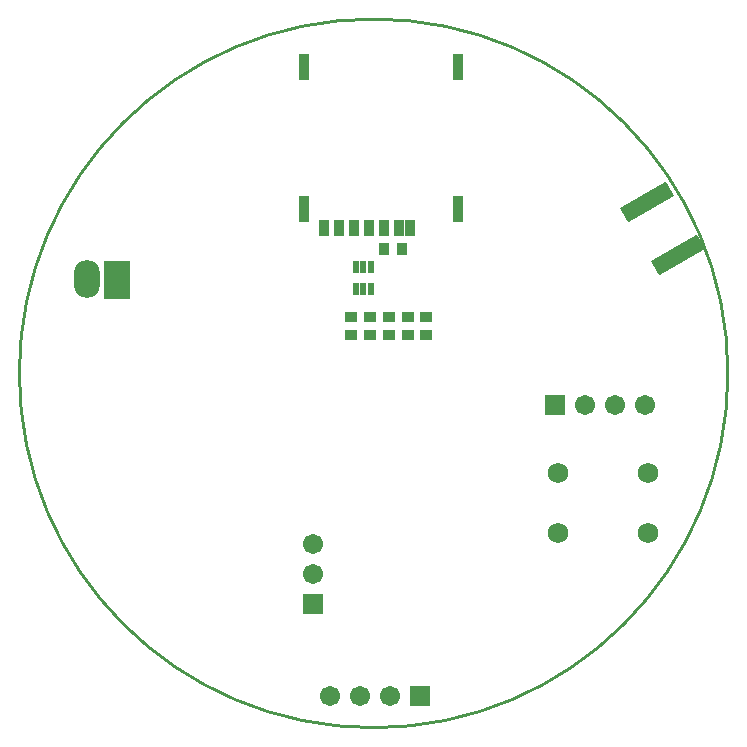
<source format=gbs>
%FSLAX25Y25*%
%MOIN*%
G70*
G01*
G75*
G04 Layer_Color=16711935*
%ADD10C,0.02500*%
%ADD11R,0.11811X0.08661*%
%ADD12R,0.03347X0.02756*%
%ADD13R,0.02756X0.03347*%
%ADD14O,0.03543X0.01969*%
%ADD15O,0.03543X0.01969*%
%ADD16R,0.03543X0.01969*%
%ADD17R,0.01969X0.03150*%
%ADD18R,0.02362X0.03937*%
%ADD19O,0.02500X0.05500*%
%ADD20R,0.02500X0.05500*%
%ADD21R,0.03150X0.01969*%
%ADD22R,0.08661X0.11811*%
%ADD23O,0.05500X0.02500*%
%ADD24R,0.05500X0.02500*%
%ADD25R,0.02165X0.01181*%
%ADD26R,0.03150X0.01181*%
%ADD27R,0.01181X0.02165*%
%ADD28R,0.01181X0.03150*%
%ADD29R,0.03937X0.02362*%
%ADD30O,0.02362X0.07087*%
%ADD31O,0.07087X0.02362*%
%ADD32R,0.07000X0.03150*%
%ADD33R,0.07874X0.06000*%
%ADD34R,0.03937X0.03150*%
G04:AMPARAMS|DCode=35|XSize=35.43mil|YSize=157.48mil|CornerRadius=1.77mil|HoleSize=0mil|Usage=FLASHONLY|Rotation=300.000|XOffset=0mil|YOffset=0mil|HoleType=Round|Shape=RoundedRectangle|*
%AMROUNDEDRECTD35*
21,1,0.03543,0.15394,0,0,300.0*
21,1,0.03189,0.15748,0,0,300.0*
1,1,0.00354,-0.05868,-0.05229*
1,1,0.00354,-0.07463,-0.02468*
1,1,0.00354,0.05868,0.05229*
1,1,0.00354,0.07463,0.02468*
%
%ADD35ROUNDEDRECTD35*%
%ADD36C,0.02000*%
%ADD37C,0.07000*%
%ADD38C,0.00800*%
%ADD39C,0.01000*%
%ADD40C,0.04000*%
%ADD41C,0.05000*%
%ADD42C,0.03000*%
%ADD43R,0.07874X0.11811*%
%ADD44O,0.07874X0.11811*%
%ADD45R,0.05906X0.05906*%
%ADD46C,0.05906*%
%ADD47R,0.05906X0.05906*%
%ADD48C,0.06000*%
G04:AMPARAMS|DCode=49|XSize=51.18mil|YSize=173.23mil|CornerRadius=2.56mil|HoleSize=0mil|Usage=FLASHONLY|Rotation=300.000|XOffset=0mil|YOffset=0mil|HoleType=Round|Shape=RoundedRectangle|*
%AMROUNDEDRECTD49*
21,1,0.05118,0.16811,0,0,300.0*
21,1,0.04606,0.17323,0,0,300.0*
1,1,0.00512,-0.06128,-0.06197*
1,1,0.00512,-0.08431,-0.02208*
1,1,0.00512,0.06128,0.06197*
1,1,0.00512,0.08431,0.02208*
%
%ADD49ROUNDEDRECTD49*%
%ADD50C,0.03000*%
%ADD51C,0.02000*%
%ADD52C,0.05000*%
%ADD53R,0.01575X0.03347*%
%ADD54R,0.02756X0.08268*%
%ADD55R,0.02559X0.04843*%
%ADD56C,0.00500*%
%ADD57C,0.00787*%
%ADD58R,0.11811X0.01575*%
%ADD59R,0.01575X0.11811*%
%ADD60R,0.12611X0.09461*%
%ADD61R,0.04147X0.03556*%
%ADD62R,0.03556X0.04147*%
%ADD63O,0.04343X0.02769*%
%ADD64O,0.04343X0.02769*%
%ADD65R,0.04343X0.02769*%
%ADD66R,0.02769X0.03950*%
%ADD67R,0.03162X0.04737*%
%ADD68O,0.03300X0.06300*%
%ADD69R,0.03300X0.06300*%
%ADD70R,0.03950X0.02769*%
%ADD71R,0.09461X0.12611*%
%ADD72O,0.06300X0.03300*%
%ADD73R,0.06300X0.03300*%
%ADD74R,0.02965X0.01981*%
%ADD75R,0.03950X0.01981*%
%ADD76R,0.01981X0.02965*%
%ADD77R,0.01981X0.03950*%
%ADD78R,0.04737X0.03162*%
%ADD79O,0.03162X0.07887*%
%ADD80O,0.07887X0.03162*%
%ADD81R,0.07800X0.03950*%
%ADD82R,0.08674X0.06800*%
%ADD83R,0.04737X0.03950*%
G04:AMPARAMS|DCode=84|XSize=39.37mil|YSize=161.42mil|CornerRadius=1.97mil|HoleSize=0mil|Usage=FLASHONLY|Rotation=300.000|XOffset=0mil|YOffset=0mil|HoleType=Round|Shape=RoundedRectangle|*
%AMROUNDEDRECTD84*
21,1,0.03937,0.15748,0,0,300.0*
21,1,0.03543,0.16142,0,0,300.0*
1,1,0.00394,-0.05933,-0.05471*
1,1,0.00394,-0.07705,-0.02403*
1,1,0.00394,0.05933,0.05471*
1,1,0.00394,0.07705,0.02403*
%
%ADD84ROUNDEDRECTD84*%
%ADD85R,0.08674X0.12611*%
%ADD86O,0.08674X0.12611*%
%ADD87R,0.06706X0.06706*%
%ADD88C,0.06706*%
%ADD89R,0.06706X0.06706*%
%ADD90C,0.06800*%
G04:AMPARAMS|DCode=91|XSize=55.12mil|YSize=177.16mil|CornerRadius=2.76mil|HoleSize=0mil|Usage=FLASHONLY|Rotation=300.000|XOffset=0mil|YOffset=0mil|HoleType=Round|Shape=RoundedRectangle|*
%AMROUNDEDRECTD91*
21,1,0.05512,0.17165,0,0,300.0*
21,1,0.04961,0.17716,0,0,300.0*
1,1,0.00551,-0.06193,-0.06439*
1,1,0.00551,-0.08673,-0.02143*
1,1,0.00551,0.06193,0.06439*
1,1,0.00551,0.08673,0.02143*
%
%ADD91ROUNDEDRECTD91*%
%ADD92R,0.02375X0.04147*%
%ADD93R,0.03556X0.09068*%
%ADD94R,0.03359X0.05643*%
D39*
X557110Y268500D02*
G03*
X557110Y268500I-118110J0D01*
G01*
D61*
X450300Y281300D02*
D03*
Y287206D02*
D03*
X431500Y281294D02*
D03*
Y287200D02*
D03*
X437750Y281294D02*
D03*
Y287200D02*
D03*
X444000Y281294D02*
D03*
Y287200D02*
D03*
X456500Y281294D02*
D03*
Y287200D02*
D03*
D62*
X448300Y309900D02*
D03*
X442394D02*
D03*
D85*
X353500Y299500D02*
D03*
D86*
X343500Y299894D02*
D03*
D87*
X418900Y191700D02*
D03*
D88*
Y201700D02*
D03*
Y211700D02*
D03*
X529400Y258000D02*
D03*
X519400D02*
D03*
X509400D02*
D03*
X424300Y161000D02*
D03*
X434300D02*
D03*
X444300D02*
D03*
D89*
X499400Y258000D02*
D03*
X454300Y161000D02*
D03*
D90*
X530500Y235400D02*
D03*
Y215400D02*
D03*
X500500Y235400D02*
D03*
Y215400D02*
D03*
D91*
X540300Y307829D02*
D03*
X530064Y325558D02*
D03*
D92*
X438159Y303842D02*
D03*
Y296558D02*
D03*
X435600D02*
D03*
X433041Y303842D02*
D03*
X435600D02*
D03*
X433041Y296558D02*
D03*
D93*
X467027Y370602D02*
D03*
Y323358D02*
D03*
X415885Y370602D02*
D03*
Y323358D02*
D03*
D94*
X442460Y317000D02*
D03*
X437460D02*
D03*
X432460D02*
D03*
X427460D02*
D03*
X422460D02*
D03*
X447460D02*
D03*
X451200D02*
D03*
M02*

</source>
